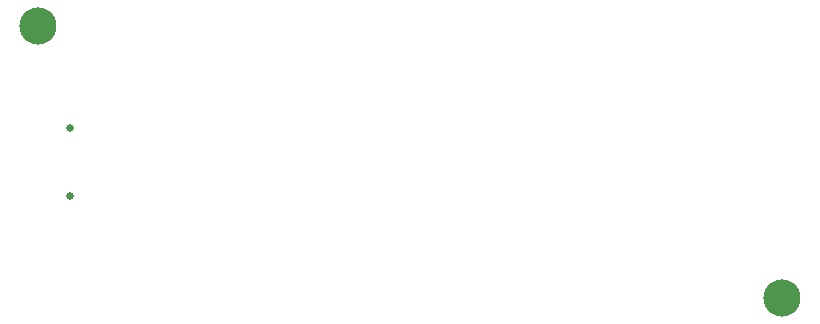
<source format=gbr>
%TF.GenerationSoftware,Altium Limited,Altium Designer,24.0.1 (36)*%
G04 Layer_Color=0*
%FSLAX45Y45*%
%MOMM*%
%TF.SameCoordinates,A01A54B3-6B64-4A67-9B29-D4FC54FCECB2*%
%TF.FilePolarity,Positive*%
%TF.FileFunction,NonPlated,1,2,NPTH,Drill*%
%TF.Part,Single*%
G01*
G75*
%TA.AperFunction,ComponentDrill*%
%ADD73C,0.65000*%
%ADD74C,3.15000*%
D73*
X618000Y1789000D02*
D03*
Y1211000D02*
D03*
D74*
X350000Y2650000D02*
D03*
X6650000Y350000D02*
D03*
%TF.MD5,bac24f068aa068d4bea1277ba59ed36d*%
M02*

</source>
